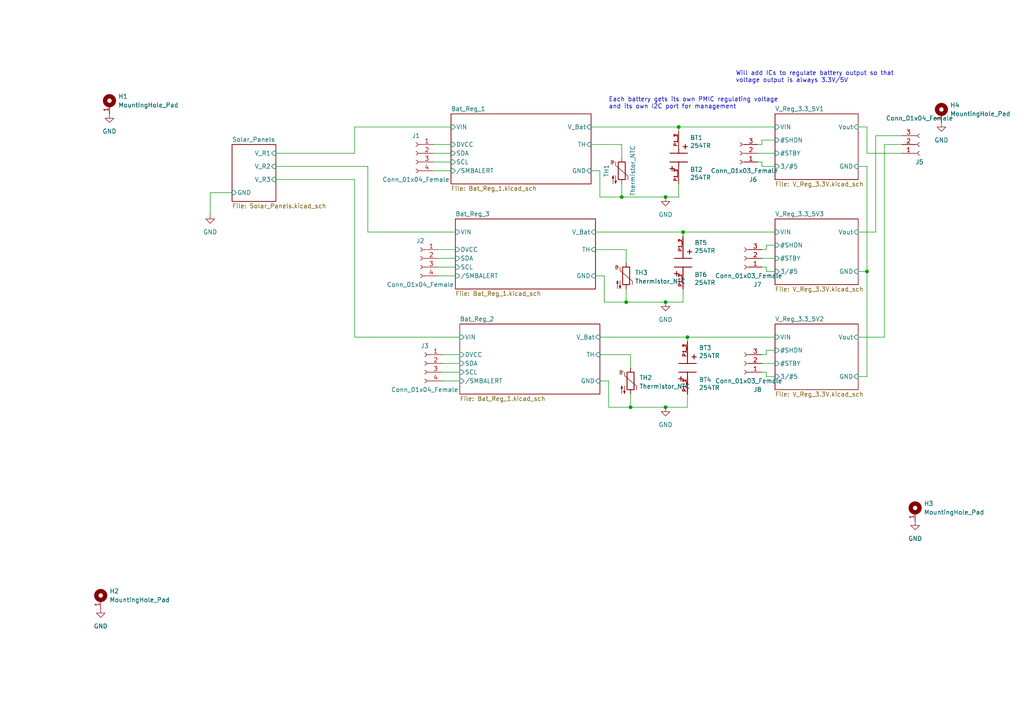
<source format=kicad_sch>
(kicad_sch (version 20211123) (generator eeschema)
  (paper "A4")
  (title_block (title "Cubesat Power Board") (date "2022-07-09") (rev "1") (company "SEDS TnTech - Luke Chapman"))
  (lib_symbols
    (symbol "254TR:254TR" (pin_names (offset 1.016) hide)
      (property "Reference" "BT" (at -3.81 3.81 0))
      (property "Value" "254TR" (at -3.81 -5.08 0))
      (symbol "254TR_0_0"
        (polyline (pts (xy -1.27 1.905) (xy 0 1.905)) (stroke (width 0.254)))
        (polyline (pts (xy -0.635 2.54) (xy -0.635 1.27)) (stroke (width 0.254)))
        (polyline (pts (xy 1.27 0) (xy 0 0)) (stroke (width 0.254)))
        (polyline (pts (xy 1.27 0) (xy 1.27 -2.54)) (stroke (width 0.254)))
        (polyline (pts (xy 1.27 2.54) (xy 1.27 0)) (stroke (width 0.254)))
        (pin passive line (at -5.08 0 0) (length 5.08) (name "~") (number "P1_1"))
        (pin passive line (at -5.08 0 0) (length 5.08) (name "~") (number "P1_2"))
      )
    )
    (symbol "Connector:Conn_01x03_Female" (pin_names (offset 1.016) hide)
      (property "Reference" "J" (at 0 5.08 0))
      (property "Value" "Conn_01x03_Female" (at 0 -5.08 0))
      (symbol "Conn_01x03_Female_1_1"
        (arc (start 0 -2.032) (mid -0.508 -2.54) (end 0 -3.048) (stroke (width 0.1524)))
        (polyline (pts (xy -1.27 -2.54) (xy -0.508 -2.54)) (stroke (width 0.1524)))
        (polyline (pts (xy -1.27 0) (xy -0.508 0)) (stroke (width 0.1524)))
        (polyline (pts (xy -1.27 2.54) (xy -0.508 2.54)) (stroke (width 0.1524)))
        (arc (start 0 0.508) (mid -0.508 0) (end 0 -0.508) (stroke (width 0.1524)))
        (arc (start 0 3.048) (mid -0.508 2.54) (end 0 2.032) (stroke (width 0.1524)))
        (pin passive line (at -5.08 2.54 0) (length 3.81) (name "Pin_1") (number "1"))
        (pin passive line (at -5.08 0 0) (length 3.81) (name "Pin_2") (number "2"))
        (pin passive line (at -5.08 -2.54 0) (length 3.81) (name "Pin_3") (number "3"))
      )
    )
    (symbol "Connector:Conn_01x04_Female" (pin_names (offset 1.016) hide)
      (property "Reference" "J" (at 0 5.08 0))
      (property "Value" "Conn_01x04_Female" (at 0 -7.62 0))
      (symbol "Conn_01x04_Female_1_1"
        (arc (start 0 -4.572) (mid -0.508 -5.08) (end 0 -5.588) (stroke (width 0.1524)))
        (arc (start 0 -2.032) (mid -0.508 -2.54) (end 0 -3.048) (stroke (width 0.1524)))
        (polyline (pts (xy -1.27 -5.08) (xy -0.508 -5.08)) (stroke (width 0.1524)))
        (polyline (pts (xy -1.27 -2.54) (xy -0.508 -2.54)) (stroke (width 0.1524)))
        (polyline (pts (xy -1.27 0) (xy -0.508 0)) (stroke (width 0.1524)))
        (polyline (pts (xy -1.27 2.54) (xy -0.508 2.54)) (stroke (width 0.1524)))
        (arc (start 0 0.508) (mid -0.508 0) (end 0 -0.508) (stroke (width 0.1524)))
        (arc (start 0 3.048) (mid -0.508 2.54) (end 0 2.032) (stroke (width 0.1524)))
        (pin passive line (at -5.08 2.54 0) (length 3.81) (name "Pin_1") (number "1"))
        (pin passive line (at -5.08 0 0) (length 3.81) (name "Pin_2") (number "2"))
        (pin passive line (at -5.08 -2.54 0) (length 3.81) (name "Pin_3") (number "3"))
        (pin passive line (at -5.08 -5.08 0) (length 3.81) (name "Pin_4") (number "4"))
      )
    )
    (symbol "Device:Thermistor_NTC" (pin_numbers hide) (pin_names (offset 0))
      (property "Reference" "TH" (at -4.445 0 90))
      (property "Value" "Thermistor_NTC" (at 3.175 0 90))
      (symbol "Thermistor_NTC_0_1"
        (arc (start -3.048 2.159) (mid -3.0495 2.3143) (end -3.175 2.413))
        (arc (start -3.048 2.159) (mid -2.9736 1.9794) (end -2.794 1.905))
        (arc (start -3.048 2.794) (mid -2.9736 2.6144) (end -2.794 2.54))
        (arc (start -2.794 1.905) (mid -2.6144 1.9794) (end -2.54 2.159))
        (arc (start -2.794 2.54) (mid -2.4393 2.5587) (end -2.159 2.794))
        (arc (start -2.794 3.048) (mid -2.9736 2.9736) (end -3.048 2.794))
        (arc (start -2.54 2.794) (mid -2.6144 2.9736) (end -2.794 3.048))
        (rectangle (start -1.016 2.54) (end 1.016 -2.54) (stroke (width 0.254)))
        (polyline (pts (xy -2.54 2.159) (xy -2.54 2.794)))
        (polyline (pts (xy -1.778 2.54) (xy -1.778 1.524) (xy 1.778 -1.524) (xy 1.778 -2.54)))
        (polyline (pts (xy -2.54 -3.683) (xy -2.54 -1.397) (xy -2.794 -2.159) (xy -2.286 -2.159) (xy -2.54 -1.397) (xy -2.54 -1.651)) (fill (type outline)))
        (polyline (pts (xy -1.778 -1.397) (xy -1.778 -3.683) (xy -2.032 -2.921) (xy -1.524 -2.921) (xy -1.778 -3.683) (xy -1.778 -3.429)) (fill (type outline)))
      )
      (symbol "Thermistor_NTC_1_1"
        (pin passive line (at 0 3.81 270) (length 1.27) (name "~") (number "1"))
        (pin passive line (at 0 -3.81 90) (length 1.27) (name "~") (number "2"))
      )
    )
    (symbol "Mechanical:MountingHole_Pad" (pin_names (offset 1.016) hide)
      (property "Reference" "H" (at 0 6.35 0))
      (property "Value" "MountingHole_Pad" (at 0 4.445 0))
      (symbol "MountingHole_Pad_0_1"
        (circle (center 0 1.27) (radius 1.27) (stroke (width 1.27)))
      )
      (symbol "MountingHole_Pad_1_1"
        (pin input line (at 0 -2.54 90) (length 2.54) (name "1") (number "1"))
      )
    )
    (symbol "power:GND" (power) (pin_names (offset 0))
      (property "Value" "GND" (at 0 -3.81 0))
      (symbol "GND_0_1"
        (polyline (pts (xy 0 0) (xy 0 -1.27) (xy 1.27 -1.27) (xy 0 -2.54) (xy -1.27 -1.27) (xy 0 -1.27)))
      )
      (symbol "GND_1_1"
        (pin power_in line (at 0 0 270) (length 0) hide (name "GND") (number "1"))
      )
    )
  )
  (junction (at 182.88 118.11))
  (junction (at 193.04 57.15))
  (junction (at 180.34 57.15))
  (junction (at 193.04 118.11))
  (junction (at 198.12 67.31))
  (junction (at 193.04 87.63))
  (junction (at 199.39 97.79))
  (junction (at 196.85 36.83))
  (junction (at 251.46 78.74))
  (junction (at 181.61 87.63))
  (wire (pts (xy 248.92 67.31) (xy 254 67.31)))
  (wire (pts (xy 60.96 55.88) (xy 67.31 55.88)))
  (wire (pts (xy 251.46 109.22) (xy 248.92 109.22)))
  (wire (pts (xy 251.46 78.74) (xy 251.46 109.22)))
  (wire (pts (xy 198.12 87.63) (xy 198.12 83.82)))
  (wire (pts (xy 182.88 118.11) (xy 193.04 118.11)))
  (wire (pts (xy 193.04 118.11) (xy 199.39 118.11)))
  (wire (pts (xy 106.68 67.31) (xy 106.68 48.26)))
  (wire (pts (xy 128.27 105.41) (xy 133.35 105.41)))
  (wire (pts (xy 196.85 36.83) (xy 224.79 36.83)))
  (wire (pts (xy 199.39 118.11) (xy 199.39 114.3)))
  (wire (pts (xy 251.46 44.45) (xy 261.62 44.45)))
  (wire (pts (xy 181.61 83.82) (xy 181.61 87.63)))
  (wire (pts (xy 251.46 36.83) (xy 251.46 44.45)))
  (wire (pts (xy 127 77.47) (xy 132.08 77.47)))
  (wire (pts (xy 251.46 78.74) (xy 248.92 78.74)))
  (wire (pts (xy 220.98 74.93) (xy 224.79 74.93)))
  (wire (pts (xy 181.61 72.39) (xy 181.61 76.2)))
  (wire (pts (xy 248.92 48.26) (xy 251.46 48.26)))
  (wire (pts (xy 80.01 44.45) (xy 102.87 44.45)))
  (wire (pts (xy 220.98 105.41) (xy 224.79 105.41)))
  (wire (pts (xy 102.87 52.07) (xy 102.87 97.79)))
  (wire (pts (xy 219.71 41.91) (xy 220.98 41.91)))
  (wire (pts (xy 172.72 80.01) (xy 175.26 80.01)))
  (wire (pts (xy 248.92 36.83) (xy 251.46 36.83)))
  (wire (pts (xy 222.25 107.95) (xy 222.25 109.22)))
  (wire (pts (xy 220.98 40.64) (xy 224.79 40.64)))
  (wire (pts (xy 220.98 72.39) (xy 222.25 72.39)))
  (wire (pts (xy 219.71 46.99) (xy 220.98 46.99)))
  (wire (pts (xy 127 72.39) (xy 132.08 72.39)))
  (wire (pts (xy 102.87 97.79) (xy 133.35 97.79)))
  (wire (pts (xy 171.45 41.91) (xy 180.34 41.91)))
  (wire (pts (xy 173.99 49.53) (xy 173.99 57.15)))
  (wire (pts (xy 173.99 102.87) (xy 182.88 102.87)))
  (wire (pts (xy 222.25 78.74) (xy 224.79 78.74)))
  (wire (pts (xy 193.04 87.63) (xy 198.12 87.63)))
  (wire (pts (xy 125.73 46.99) (xy 130.81 46.99)))
  (wire (pts (xy 256.54 97.79) (xy 256.54 41.91)))
  (wire (pts (xy 128.27 107.95) (xy 133.35 107.95)))
  (wire (pts (xy 60.96 62.23) (xy 60.96 55.88)))
  (wire (pts (xy 172.72 72.39) (xy 181.61 72.39)))
  (wire (pts (xy 199.39 97.79) (xy 224.79 97.79)))
  (wire (pts (xy 182.88 102.87) (xy 182.88 106.68)))
  (wire (pts (xy 222.25 109.22) (xy 224.79 109.22)))
  (wire (pts (xy 220.98 41.91) (xy 220.98 40.64)))
  (wire (pts (xy 198.12 67.31) (xy 224.79 67.31)))
  (wire (pts (xy 173.99 57.15) (xy 180.34 57.15)))
  (wire (pts (xy 222.25 102.87) (xy 222.25 101.6)))
  (wire (pts (xy 173.99 110.49) (xy 176.53 110.49)))
  (wire (pts (xy 254 39.37) (xy 254 67.31)))
  (wire (pts (xy 198.12 67.31) (xy 198.12 68.58)))
  (wire (pts (xy 106.68 67.31) (xy 132.08 67.31)))
  (wire (pts (xy 172.72 67.31) (xy 198.12 67.31)))
  (wire (pts (xy 220.98 48.26) (xy 224.79 48.26)))
  (wire (pts (xy 196.85 36.83) (xy 196.85 38.1)))
  (wire (pts (xy 180.34 41.91) (xy 180.34 45.72)))
  (wire (pts (xy 125.73 49.53) (xy 130.81 49.53)))
  (wire (pts (xy 222.25 77.47) (xy 222.25 78.74)))
  (wire (pts (xy 248.92 97.79) (xy 256.54 97.79)))
  (wire (pts (xy 80.01 48.26) (xy 106.68 48.26)))
  (wire (pts (xy 173.99 97.79) (xy 199.39 97.79)))
  (wire (pts (xy 125.73 41.91) (xy 130.81 41.91)))
  (wire (pts (xy 127 80.01) (xy 132.08 80.01)))
  (wire (pts (xy 102.87 44.45) (xy 102.87 36.83)))
  (wire (pts (xy 175.26 80.01) (xy 175.26 87.63)))
  (wire (pts (xy 171.45 36.83) (xy 196.85 36.83)))
  (wire (pts (xy 220.98 77.47) (xy 222.25 77.47)))
  (wire (pts (xy 102.87 36.83) (xy 130.81 36.83)))
  (wire (pts (xy 180.34 57.15) (xy 193.04 57.15)))
  (wire (pts (xy 175.26 87.63) (xy 181.61 87.63)))
  (wire (pts (xy 125.73 44.45) (xy 130.81 44.45)))
  (wire (pts (xy 181.61 87.63) (xy 193.04 87.63)))
  (wire (pts (xy 193.04 57.15) (xy 196.85 57.15)))
  (wire (pts (xy 222.25 72.39) (xy 222.25 71.12)))
  (wire (pts (xy 220.98 102.87) (xy 222.25 102.87)))
  (wire (pts (xy 199.39 97.79) (xy 199.39 99.06)))
  (wire (pts (xy 176.53 110.49) (xy 176.53 118.11)))
  (wire (pts (xy 171.45 49.53) (xy 173.99 49.53)))
  (wire (pts (xy 220.98 46.99) (xy 220.98 48.26)))
  (wire (pts (xy 180.34 53.34) (xy 180.34 57.15)))
  (wire (pts (xy 127 74.93) (xy 132.08 74.93)))
  (wire (pts (xy 222.25 101.6) (xy 224.79 101.6)))
  (wire (pts (xy 222.25 71.12) (xy 224.79 71.12)))
  (wire (pts (xy 254 39.37) (xy 261.62 39.37)))
  (wire (pts (xy 220.98 107.95) (xy 222.25 107.95)))
  (wire (pts (xy 128.27 102.87) (xy 133.35 102.87)))
  (wire (pts (xy 128.27 110.49) (xy 133.35 110.49)))
  (wire (pts (xy 251.46 48.26) (xy 251.46 78.74)))
  (wire (pts (xy 256.54 41.91) (xy 261.62 41.91)))
  (wire (pts (xy 176.53 118.11) (xy 182.88 118.11)))
  (wire (pts (xy 219.71 44.45) (xy 224.79 44.45)))
  (wire (pts (xy 182.88 114.3) (xy 182.88 118.11)))
  (wire (pts (xy 80.01 52.07) (xy 102.87 52.07)))
  (wire (pts (xy 196.85 57.15) (xy 196.85 53.34)))
  (text "Will add ICs to regulate battery output so that\nvoltage output is always 3.3V/5V" (at 213.36 24.13 0) (effects (font (size 1.27 1.27)) (justify left bottom)))
  (text "Each battery gets its own PMIC regulating voltage\nand its own I2C port for management" (at 176.53 31.75 0) (effects (font (size 1.27 1.27)) (justify left bottom)))
  (symbol (lib_id "Connector:Conn_01x04_Female") (at 120.65 44.45 0) (mirror y) (unit 1)
    (property "Reference" "J1" (at 120.65 39.37 0))
    (property "Value" "Conn_01x04_Female" (at 120.65 52.07 0))
    (property "Footprint" "Connector_PinSocket_2.54mm:PinSocket_1x04_P2.54mm_Vertical" (effects hide))
  )
  (symbol (lib_id "254TR:254TR") (at 196.85 43.18 270) (unit 1)
    (property "Reference" "BT1" (at 200.152 39.9288 90) (effects (justify left)))
    (property "Value" "254TR" (at 200.152 42.2402 90) (effects (justify left)))
    (property "Footprint" "254TR:BAT_254TR" (effects hide))
    (property "MANUFACTURER" "Keystone Electronics" (effects hide))
    (property "MAXIMUM_PACKAGE_HEIGHT" "17.215 mm" (effects hide))
    (property "PARTREV" "A" (effects hide))
    (property "STANDARD" "Manufacturer Recommendations" (effects hide))
  )
  (symbol (lib_id "254TR:254TR") (at 196.85 48.26 90) (unit 1)
    (property "Reference" "BT2" (at 200.152 49.1744 90) (effects (justify right)))
    (property "Value" "254TR" (at 200.152 51.4858 90) (effects (justify right)))
    (property "Footprint" "254TR:BAT_254TR" (effects hide))
    (property "MANUFACTURER" "Keystone Electronics" (effects hide))
    (property "MAXIMUM_PACKAGE_HEIGHT" "17.215 mm" (effects hide))
    (property "PARTREV" "A" (effects hide))
    (property "STANDARD" "Manufacturer Recommendations" (effects hide))
  )
  (symbol (lib_id "Mechanical:MountingHole_Pad") (at 29.21 173.99 0) (unit 1)
    (property "Reference" "H2" (at 31.75 171.4499 0) (effects (justify left)))
    (property "Value" "MountingHole_Pad" (at 31.75 173.9899 0) (effects (justify left)))
    (property "Footprint" "MountingHole:MountingHole_4.3mm_M4_DIN965_Pad" (effects hide))
  )
  (symbol (lib_id "power:GND") (at 193.04 118.11 0) (unit 1)
    (property "Reference" "#PWR0102" (effects hide))
    (property "Value" "GND" (at 193.04 123.19 0))
  )
  (symbol (lib_id "power:GND") (at 29.21 176.53 0) (unit 1)
    (property "Reference" "#PWR0117" (effects hide))
    (property "Value" "GND" (at 29.21 181.61 0))
  )
  (symbol (lib_id "254TR:254TR") (at 198.12 73.66 270) (unit 1)
    (property "Reference" "BT5" (at 201.422 70.4088 90) (effects (justify left)))
    (property "Value" "254TR" (at 201.422 72.7202 90) (effects (justify left)))
    (property "Footprint" "254TR:BAT_254TR" (effects hide))
    (property "MANUFACTURER" "Keystone Electronics" (effects hide))
    (property "MAXIMUM_PACKAGE_HEIGHT" "17.215 mm" (effects hide))
    (property "PARTREV" "A" (effects hide))
    (property "STANDARD" "Manufacturer Recommendations" (effects hide))
  )
  (symbol (lib_id "254TR:254TR") (at 198.12 78.74 90) (unit 1)
    (property "Reference" "BT6" (at 201.422 79.6544 90) (effects (justify right)))
    (property "Value" "254TR" (at 201.422 81.9658 90) (effects (justify right)))
    (property "Footprint" "254TR:BAT_254TR" (effects hide))
    (property "MANUFACTURER" "Keystone Electronics" (effects hide))
    (property "MAXIMUM_PACKAGE_HEIGHT" "17.215 mm" (effects hide))
    (property "PARTREV" "A" (effects hide))
    (property "STANDARD" "Manufacturer Recommendations" (effects hide))
  )
  (symbol (lib_id "Device:Thermistor_NTC") (at 182.88 110.49 0) (unit 1)
    (property "Reference" "TH2" (at 185.42 109.5374 0) (effects (justify left)))
    (property "Value" "Thermistor_NTC" (at 185.42 112.0774 0) (effects (justify left)))
    (property "Footprint" "Resistor_SMD:R_0402_1005Metric_Pad0.72x0.64mm_HandSolder" (effects hide))
  )
  (symbol (lib_id "power:GND") (at 31.75 33.02 0) (unit 1)
    (property "Reference" "#PWR0114" (effects hide))
    (property "Value" "GND" (at 31.75 38.1 0))
  )
  (symbol (lib_id "Connector:Conn_01x03_Female") (at 215.9 105.41 180) (unit 1)
    (property "Reference" "J8" (at 219.71 113.03 0))
    (property "Value" "Conn_01x03_Female" (at 217.17 110.49 0))
    (property "Footprint" "Connector_PinSocket_2.54mm:PinSocket_1x04_P2.54mm_Vertical" (effects hide))
  )
  (symbol (lib_id "Mechanical:MountingHole_Pad") (at 31.75 30.48 0) (unit 1)
    (property "Reference" "H1" (at 34.29 27.9399 0) (effects (justify left)))
    (property "Value" "MountingHole_Pad" (at 34.29 30.4799 0) (effects (justify left)))
    (property "Footprint" "MountingHole:MountingHole_4.3mm_M4_DIN965_Pad" (effects hide))
  )
  (symbol (lib_id "power:GND") (at 193.04 57.15 0) (unit 1)
    (property "Reference" "#PWR0104" (effects hide))
    (property "Value" "GND" (at 193.04 62.23 0))
  )
  (symbol (lib_id "254TR:254TR") (at 199.39 109.22 90) (unit 1)
    (property "Reference" "BT4" (at 202.692 110.1344 90) (effects (justify right)))
    (property "Value" "254TR" (at 202.692 112.4458 90) (effects (justify right)))
    (property "Footprint" "254TR:BAT_254TR" (effects hide))
    (property "MANUFACTURER" "Keystone Electronics" (effects hide))
    (property "MAXIMUM_PACKAGE_HEIGHT" "17.215 mm" (effects hide))
    (property "PARTREV" "A" (effects hide))
    (property "STANDARD" "Manufacturer Recommendations" (effects hide))
  )
  (symbol (lib_id "Connector:Conn_01x04_Female") (at 121.92 74.93 0) (mirror y) (unit 1)
    (property "Reference" "J2" (at 121.92 69.85 0))
    (property "Value" "Conn_01x04_Female" (at 121.92 82.55 0))
    (property "Footprint" "Connector_PinSocket_2.54mm:PinSocket_1x04_P2.54mm_Vertical" (effects hide))
  )
  (symbol (lib_id "Connector:Conn_01x04_Female") (at 123.19 105.41 0) (mirror y) (unit 1)
    (property "Reference" "J3" (at 123.19 100.33 0))
    (property "Value" "Conn_01x04_Female" (at 123.19 113.03 0))
    (property "Footprint" "Connector_PinSocket_2.54mm:PinSocket_1x04_P2.54mm_Vertical" (effects hide))
  )
  (symbol (lib_id "Device:Thermistor_NTC") (at 181.61 80.01 0) (unit 1)
    (property "Reference" "TH3" (at 184.15 79.0574 0) (effects (justify left)))
    (property "Value" "Thermistor_NTC" (at 184.15 81.5974 0) (effects (justify left)))
    (property "Footprint" "Resistor_SMD:R_0402_1005Metric_Pad0.72x0.64mm_HandSolder" (effects hide))
  )
  (symbol (lib_id "Connector:Conn_01x03_Female") (at 215.9 74.93 180) (unit 1)
    (property "Reference" "J7" (at 219.71 82.55 0))
    (property "Value" "Conn_01x03_Female" (at 217.17 80.01 0))
    (property "Footprint" "Connector_PinSocket_2.54mm:PinSocket_1x04_P2.54mm_Vertical" (effects hide))
  )
  (symbol (lib_id "power:GND") (at 273.05 35.56 0) (unit 1)
    (property "Reference" "#PWR0115" (effects hide))
    (property "Value" "GND" (at 273.05 40.64 0))
  )
  (symbol (lib_id "Mechanical:MountingHole_Pad") (at 273.05 33.02 0) (unit 1)
    (property "Reference" "H4" (at 275.59 30.4799 0) (effects (justify left)))
    (property "Value" "MountingHole_Pad" (at 275.59 33.0199 0) (effects (justify left)))
    (property "Footprint" "MountingHole:MountingHole_4.3mm_M4_DIN965_Pad" (effects hide))
  )
  (symbol (lib_id "Device:Thermistor_NTC") (at 180.34 49.53 0) (unit 1)
    (property "Reference" "TH1" (at 175.895 49.53 90))
    (property "Value" "Thermistor_NTC" (at 183.515 49.53 90))
    (property "Footprint" "Resistor_SMD:R_0402_1005Metric_Pad0.72x0.64mm_HandSolder" (effects hide))
  )
  (symbol (lib_id "power:GND") (at 193.04 87.63 0) (unit 1)
    (property "Reference" "#PWR0105" (effects hide))
    (property "Value" "GND" (at 193.04 92.71 0))
  )
  (symbol (lib_id "Connector:Conn_01x03_Female") (at 266.7 41.91 0) (mirror x) (unit 1)
    (property "Reference" "J5" (at 266.7 46.99 0))
    (property "Value" "Conn_01x04_Female" (at 266.7 34.29 0))
    (property "Footprint" "Connector_PinSocket_2.54mm:PinSocket_1x04_P2.54mm_Vertical" (effects hide))
  )
  (symbol (lib_id "power:GND") (at 60.96 62.23 0) (unit 1)
    (property "Reference" "#PWR0101" (effects hide))
    (property "Value" "GND" (at 60.96 67.31 0))
  )
  (symbol (lib_id "254TR:254TR") (at 199.39 104.14 270) (unit 1)
    (property "Reference" "BT3" (at 202.692 100.8888 90) (effects (justify left)))
    (property "Value" "254TR" (at 202.692 103.2002 90) (effects (justify left)))
    (property "Footprint" "254TR:BAT_254TR" (effects hide))
    (property "MANUFACTURER" "Keystone Electronics" (effects hide))
    (property "MAXIMUM_PACKAGE_HEIGHT" "17.215 mm" (effects hide))
    (property "PARTREV" "A" (effects hide))
    (property "STANDARD" "Manufacturer Recommendations" (effects hide))
  )
  (symbol (lib_id "Connector:Conn_01x03_Female") (at 214.63 44.45 180) (unit 1)
    (property "Reference" "J6" (at 218.44 52.07 0))
    (property "Value" "Conn_01x03_Female" (at 215.9 49.53 0))
    (property "Footprint" "Connector_PinSocket_2.54mm:PinSocket_1x04_P2.54mm_Vertical" (effects hide))
  )
  (symbol (lib_id "Mechanical:MountingHole_Pad") (at 265.43 148.59 0) (unit 1)
    (property "Reference" "H3" (at 267.97 146.0499 0) (effects (justify left)))
    (property "Value" "MountingHole_Pad" (at 267.97 148.5899 0) (effects (justify left)))
    (property "Footprint" "MountingHole:MountingHole_4.3mm_M4_DIN965_Pad" (effects hide))
  )
  (symbol (lib_id "power:GND") (at 265.43 151.13 0) (unit 1)
    (property "Reference" "#PWR0116" (effects hide))
    (property "Value" "GND" (at 265.43 156.21 0))
  )
  (sheet (at 224.79 33.02) (size 24.13 19.05) (stroke (width 0.1524))
    (property "Sheet name" "V_Reg_3.3_5V1" (at 224.79 32.3084 0) (effects (justify left bottom)))
    (property "Sheet file" "V_Reg_3.3V.kicad_sch" (at 224.79 52.6546 0) (effects (justify left top)))
    (pin "3{slash}#5" input (at 224.79 48.26 180))
    (pin "#STBY" input (at 224.79 44.45 180))
    (pin "#SHDN" input (at 224.79 40.64 180))
    (pin "Vout" input (at 248.92 36.83 0))
    (pin "VIN" input (at 224.79 36.83 180))
    (pin "GND" input (at 248.92 48.26 0))
  )
  (sheet (at 130.81 33.02) (size 40.64 20.32) (stroke (width 0.1524))
    (property "Sheet name" "Bat_Reg_1" (at 130.81 32.3084 0) (effects (justify left bottom)))
    (property "Sheet file" "Bat_Reg_1.kicad_sch" (at 130.81 53.9246 0) (effects (justify left top)))
    (pin "VIN" input (at 130.81 36.83 180))
    (pin "SCL" input (at 130.81 46.99 180))
    (pin "SDA" input (at 130.81 44.45 180))
    (pin "DVCC" input (at 130.81 41.91 180))
    (pin "{slash}SMBALERT" input (at 130.81 49.53 180))
    (pin "V_Bat" input (at 171.45 36.83 0))
    (pin "TH" input (at 171.45 41.91 0))
    (pin "GND" input (at 171.45 49.53 0))
  )
  (sheet (at 132.08 63.5) (size 40.64 20.32) (stroke (width 0.1524))
    (property "Sheet name" "Bat_Reg_3" (at 132.08 62.7884 0) (effects (justify left bottom)))
    (property "Sheet file" "Bat_Reg_1.kicad_sch" (at 132.08 84.4046 0) (effects (justify left top)))
    (pin "VIN" input (at 132.08 67.31 180))
    (pin "SCL" input (at 132.08 77.47 180))
    (pin "SDA" input (at 132.08 74.93 180))
    (pin "DVCC" input (at 132.08 72.39 180))
    (pin "{slash}SMBALERT" input (at 132.08 80.01 180))
    (pin "V_Bat" input (at 172.72 67.31 0))
    (pin "TH" input (at 172.72 72.39 0))
    (pin "GND" input (at 172.72 80.01 0))
  )
  (sheet (at 133.35 93.98) (size 40.64 20.32) (stroke (width 0.1524))
    (property "Sheet name" "Bat_Reg_2" (at 133.35 93.2684 0) (effects (justify left bottom)))
    (property "Sheet file" "Bat_Reg_1.kicad_sch" (at 133.35 114.8846 0) (effects (justify left top)))
    (pin "VIN" input (at 133.35 97.79 180))
    (pin "SCL" input (at 133.35 107.95 180))
    (pin "SDA" input (at 133.35 105.41 180))
    (pin "DVCC" input (at 133.35 102.87 180))
    (pin "{slash}SMBALERT" input (at 133.35 110.49 180))
    (pin "V_Bat" input (at 173.99 97.79 0))
    (pin "TH" input (at 173.99 102.87 0))
    (pin "GND" input (at 173.99 110.49 0))
  )
  (sheet (at 224.79 93.98) (size 24.13 19.05) (stroke (width 0.1524))
    (property "Sheet name" "V_Reg_3.3_5V2" (at 224.79 93.2684 0) (effects (justify left bottom)))
    (property "Sheet file" "V_Reg_3.3V.kicad_sch" (at 224.79 113.6146 0) (effects (justify left top)))
    (pin "3{slash}#5" input (at 224.79 109.22 180))
    (pin "#STBY" input (at 224.79 105.41 180))
    (pin "#SHDN" input (at 224.79 101.6 180))
    (pin "Vout" input (at 248.92 97.79 0))
    (pin "VIN" input (at 224.79 97.79 180))
    (pin "GND" input (at 248.92 109.22 0))
  )
  (sheet (at 67.31 41.91) (size 12.7 16.51) (stroke (width 0.1524))
    (property "Sheet name" "Solar_Panels" (at 67.31 41.1984 0) (effects (justify left bottom)))
    (property "Sheet file" "Solar_Panels.kicad_sch" (at 67.31 59.0046 0) (effects (justify left top)))
    (pin "GND" input (at 67.31 55.88 180))
    (pin "V_R3" input (at 80.01 52.07 0))
    (pin "V_R2" input (at 80.01 48.26 0))
    (pin "V_R1" input (at 80.01 44.45 0))
  )
  (sheet (at 224.79 63.5) (size 24.13 19.05) (stroke (width 0.1524))
    (property "Sheet name" "V_Reg_3.3_5V3" (at 224.79 62.7884 0) (effects (justify left bottom)))
    (property "Sheet file" "V_Reg_3.3V.kicad_sch" (at 224.79 83.1346 0) (effects (justify left top)))
    (pin "3{slash}#5" input (at 224.79 78.74 180))
    (pin "#STBY" input (at 224.79 74.93 180))
    (pin "#SHDN" input (at 224.79 71.12 180))
    (pin "Vout" input (at 248.92 67.31 0))
    (pin "VIN" input (at 224.79 67.31 180))
    (pin "GND" input (at 248.92 78.74 0))
  )
)
</source>
